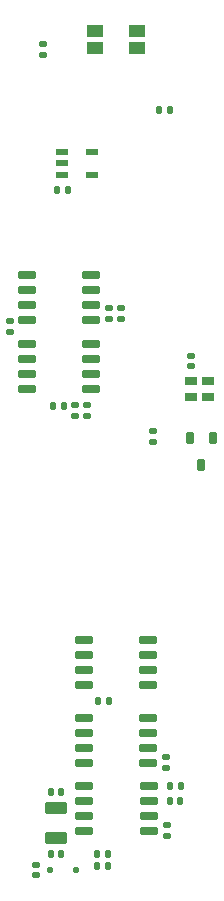
<source format=gbp>
G04*
G04 #@! TF.GenerationSoftware,Altium Limited,Altium Designer,25.4.2 (15)*
G04*
G04 Layer_Color=128*
%FSLAX44Y44*%
%MOMM*%
G71*
G04*
G04 #@! TF.SameCoordinates,8C631885-24FB-4105-B1F4-A81627B1BDD2*
G04*
G04*
G04 #@! TF.FilePolarity,Positive*
G04*
G01*
G75*
G04:AMPARAMS|DCode=16|XSize=0.72mm|YSize=0.99mm|CornerRadius=0.09mm|HoleSize=0mm|Usage=FLASHONLY|Rotation=90.000|XOffset=0mm|YOffset=0mm|HoleType=Round|Shape=RoundedRectangle|*
%AMROUNDEDRECTD16*
21,1,0.7200,0.8100,0,0,90.0*
21,1,0.5400,0.9900,0,0,90.0*
1,1,0.1800,0.4050,0.2700*
1,1,0.1800,0.4050,-0.2700*
1,1,0.1800,-0.4050,-0.2700*
1,1,0.1800,-0.4050,0.2700*
%
%ADD16ROUNDEDRECTD16*%
G04:AMPARAMS|DCode=23|XSize=0.55mm|YSize=0.6mm|CornerRadius=0.0688mm|HoleSize=0mm|Usage=FLASHONLY|Rotation=270.000|XOffset=0mm|YOffset=0mm|HoleType=Round|Shape=RoundedRectangle|*
%AMROUNDEDRECTD23*
21,1,0.5500,0.4625,0,0,270.0*
21,1,0.4125,0.6000,0,0,270.0*
1,1,0.1375,-0.2313,-0.2063*
1,1,0.1375,-0.2313,0.2063*
1,1,0.1375,0.2313,0.2063*
1,1,0.1375,0.2313,-0.2063*
%
%ADD23ROUNDEDRECTD23*%
G04:AMPARAMS|DCode=24|XSize=0.55mm|YSize=0.6mm|CornerRadius=0.0688mm|HoleSize=0mm|Usage=FLASHONLY|Rotation=0.000|XOffset=0mm|YOffset=0mm|HoleType=Round|Shape=RoundedRectangle|*
%AMROUNDEDRECTD24*
21,1,0.5500,0.4625,0,0,0.0*
21,1,0.4125,0.6000,0,0,0.0*
1,1,0.1375,0.2063,-0.2313*
1,1,0.1375,-0.2063,-0.2313*
1,1,0.1375,-0.2063,0.2313*
1,1,0.1375,0.2063,0.2313*
%
%ADD24ROUNDEDRECTD24*%
G04:AMPARAMS|DCode=26|XSize=1.05mm|YSize=0.55mm|CornerRadius=0.0688mm|HoleSize=0mm|Usage=FLASHONLY|Rotation=0.000|XOffset=0mm|YOffset=0mm|HoleType=Round|Shape=RoundedRectangle|*
%AMROUNDEDRECTD26*
21,1,1.0500,0.4125,0,0,0.0*
21,1,0.9125,0.5500,0,0,0.0*
1,1,0.1375,0.4563,-0.2063*
1,1,0.1375,-0.4563,-0.2063*
1,1,0.1375,-0.4563,0.2063*
1,1,0.1375,0.4563,0.2063*
%
%ADD26ROUNDEDRECTD26*%
G04:AMPARAMS|DCode=70|XSize=0.59mm|YSize=0.45mm|CornerRadius=0.1mm|HoleSize=0mm|Usage=FLASHONLY|Rotation=180.000|XOffset=0mm|YOffset=0mm|HoleType=Round|Shape=RoundedRectangle|*
%AMROUNDEDRECTD70*
21,1,0.5900,0.2500,0,0,180.0*
21,1,0.3900,0.4500,0,0,180.0*
1,1,0.2000,-0.1950,0.1250*
1,1,0.2000,0.1950,0.1250*
1,1,0.2000,0.1950,-0.1250*
1,1,0.2000,-0.1950,-0.1250*
%
%ADD70ROUNDEDRECTD70*%
G04:AMPARAMS|DCode=71|XSize=1.8mm|YSize=1mm|CornerRadius=0.125mm|HoleSize=0mm|Usage=FLASHONLY|Rotation=0.000|XOffset=0mm|YOffset=0mm|HoleType=Round|Shape=RoundedRectangle|*
%AMROUNDEDRECTD71*
21,1,1.8000,0.7500,0,0,0.0*
21,1,1.5500,1.0000,0,0,0.0*
1,1,0.2500,0.7750,-0.3750*
1,1,0.2500,-0.7750,-0.3750*
1,1,0.2500,-0.7750,0.3750*
1,1,0.2500,0.7750,0.3750*
%
%ADD71ROUNDEDRECTD71*%
G04:AMPARAMS|DCode=72|XSize=1mm|YSize=0.6mm|CornerRadius=0.075mm|HoleSize=0mm|Usage=FLASHONLY|Rotation=270.000|XOffset=0mm|YOffset=0mm|HoleType=Round|Shape=RoundedRectangle|*
%AMROUNDEDRECTD72*
21,1,1.0000,0.4500,0,0,270.0*
21,1,0.8500,0.6000,0,0,270.0*
1,1,0.1500,-0.2250,-0.4250*
1,1,0.1500,-0.2250,0.4250*
1,1,0.1500,0.2250,0.4250*
1,1,0.1500,0.2250,-0.4250*
%
%ADD72ROUNDEDRECTD72*%
G04:AMPARAMS|DCode=73|XSize=0.6mm|YSize=1.45mm|CornerRadius=0.075mm|HoleSize=0mm|Usage=FLASHONLY|Rotation=270.000|XOffset=0mm|YOffset=0mm|HoleType=Round|Shape=RoundedRectangle|*
%AMROUNDEDRECTD73*
21,1,0.6000,1.3000,0,0,270.0*
21,1,0.4500,1.4500,0,0,270.0*
1,1,0.1500,-0.6500,-0.2250*
1,1,0.1500,-0.6500,0.2250*
1,1,0.1500,0.6500,0.2250*
1,1,0.1500,0.6500,-0.2250*
%
%ADD73ROUNDEDRECTD73*%
G04:AMPARAMS|DCode=74|XSize=1.05mm|YSize=1.4mm|CornerRadius=0.05mm|HoleSize=0mm|Usage=FLASHONLY|Rotation=90.000|XOffset=0mm|YOffset=0mm|HoleType=Round|Shape=RoundedRectangle|*
%AMROUNDEDRECTD74*
21,1,1.0500,1.3000,0,0,90.0*
21,1,0.9500,1.4000,0,0,90.0*
1,1,0.1000,0.6500,0.4750*
1,1,0.1000,0.6500,-0.4750*
1,1,0.1000,-0.6500,-0.4750*
1,1,0.1000,-0.6500,0.4750*
%
%ADD74ROUNDEDRECTD74*%
D16*
X77978Y97324D02*
D03*
Y83524D02*
D03*
X63776Y83492D02*
D03*
Y97292D02*
D03*
D23*
X-68000Y-312500D02*
D03*
Y-321500D02*
D03*
X31000Y54500D02*
D03*
X31000Y45500D02*
D03*
X43180Y-278964D02*
D03*
Y-287964D02*
D03*
X42672Y-221306D02*
D03*
Y-230306D02*
D03*
X63776Y118514D02*
D03*
Y109514D02*
D03*
X-90000Y147500D02*
D03*
Y138500D02*
D03*
X4594Y158392D02*
D03*
X4594Y149392D02*
D03*
X-5566Y158392D02*
D03*
X-5566Y149392D02*
D03*
X-34268Y67350D02*
D03*
X-34268Y76350D02*
D03*
X-24362Y67350D02*
D03*
Y76350D02*
D03*
X-61954Y382166D02*
D03*
Y373166D02*
D03*
D24*
X-40500Y259000D02*
D03*
X-49500Y259000D02*
D03*
X-6930Y-313690D02*
D03*
X-15930Y-313690D02*
D03*
X-6930Y-303276D02*
D03*
X-15930Y-303276D02*
D03*
X-55300Y-251206D02*
D03*
X-46300Y-251206D02*
D03*
X-55300Y-303276D02*
D03*
X-46300Y-303276D02*
D03*
X-6196Y-174244D02*
D03*
X-15196Y-174244D02*
D03*
X45560Y-258350D02*
D03*
X54560Y-258350D02*
D03*
X45814Y-245904D02*
D03*
X54814Y-245904D02*
D03*
X-43992Y76168D02*
D03*
X-52992Y76168D02*
D03*
X45466Y326390D02*
D03*
X36466Y326390D02*
D03*
D26*
X-20520Y271678D02*
D03*
X-20520Y290678D02*
D03*
X-45520Y290678D02*
D03*
X-45520Y281178D02*
D03*
Y271678D02*
D03*
D70*
X-34000Y-317000D02*
D03*
X-56000D02*
D03*
D71*
X-50800Y-264868D02*
D03*
Y-289868D02*
D03*
D72*
X62912Y49060D02*
D03*
X81912Y49060D02*
D03*
X72412Y26060D02*
D03*
D73*
X27780Y-245650D02*
D03*
X27780Y-258350D02*
D03*
X27780Y-271050D02*
D03*
Y-283750D02*
D03*
X-26720Y-245650D02*
D03*
X-26720Y-258350D02*
D03*
Y-271050D02*
D03*
Y-283750D02*
D03*
X27250Y-187960D02*
D03*
X27250Y-200660D02*
D03*
X27250Y-213360D02*
D03*
Y-226060D02*
D03*
X-27250Y-187960D02*
D03*
X-27250Y-200660D02*
D03*
Y-213360D02*
D03*
Y-226060D02*
D03*
X27250Y-121920D02*
D03*
X27250Y-134620D02*
D03*
X27250Y-147320D02*
D03*
Y-160020D02*
D03*
X-27250Y-121920D02*
D03*
X-27250Y-134620D02*
D03*
Y-147320D02*
D03*
Y-160020D02*
D03*
X-21010Y186944D02*
D03*
X-21010Y174244D02*
D03*
X-21010Y161544D02*
D03*
Y148844D02*
D03*
X-75510Y186944D02*
D03*
X-75510Y174244D02*
D03*
Y161544D02*
D03*
Y148844D02*
D03*
Y90424D02*
D03*
Y103124D02*
D03*
Y115824D02*
D03*
X-75510Y128524D02*
D03*
X-21010Y90424D02*
D03*
Y103124D02*
D03*
X-21010Y115824D02*
D03*
X-21010Y128524D02*
D03*
D74*
X-18000Y393330D02*
D03*
Y378830D02*
D03*
X18000Y393330D02*
D03*
Y378830D02*
D03*
M02*

</source>
